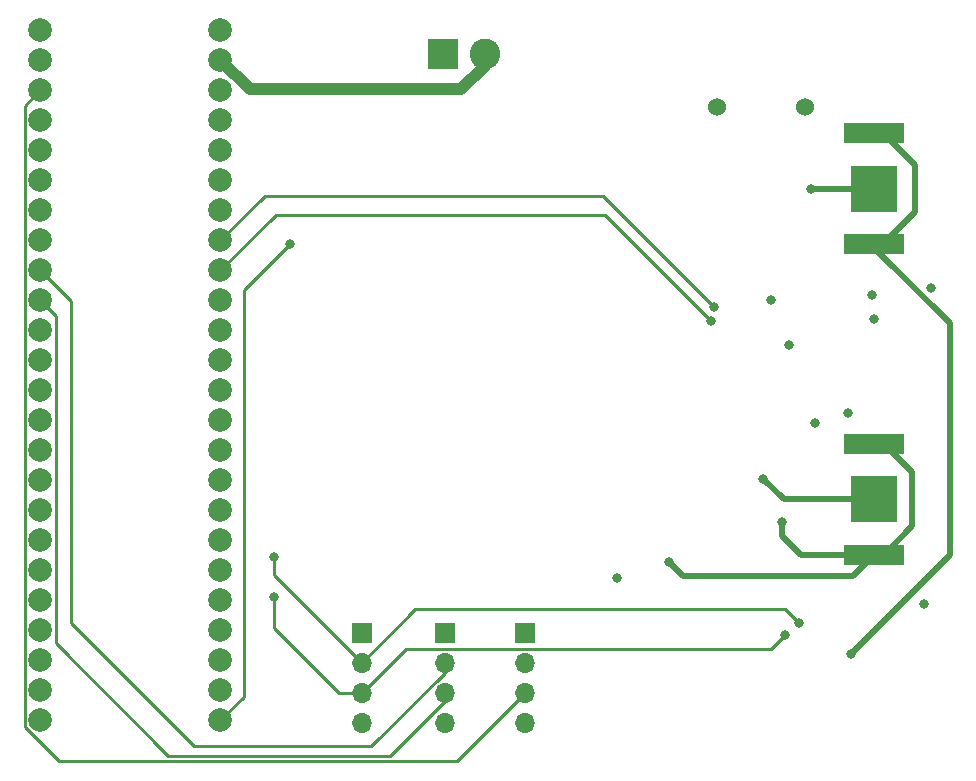
<source format=gbr>
%TF.GenerationSoftware,KiCad,Pcbnew,7.0.7*%
%TF.CreationDate,2024-01-17T20:42:02-05:00*%
%TF.ProjectId,Unified_Board,556e6966-6965-4645-9f42-6f6172642e6b,rev?*%
%TF.SameCoordinates,Original*%
%TF.FileFunction,Copper,L4,Bot*%
%TF.FilePolarity,Positive*%
%FSLAX46Y46*%
G04 Gerber Fmt 4.6, Leading zero omitted, Abs format (unit mm)*
G04 Created by KiCad (PCBNEW 7.0.7) date 2024-01-17 20:42:02*
%MOMM*%
%LPD*%
G01*
G04 APERTURE LIST*
%TA.AperFunction,ComponentPad*%
%ADD10R,1.700000X1.700000*%
%TD*%
%TA.AperFunction,ComponentPad*%
%ADD11O,1.700000X1.700000*%
%TD*%
%TA.AperFunction,ComponentPad*%
%ADD12R,2.600000X2.600000*%
%TD*%
%TA.AperFunction,ComponentPad*%
%ADD13C,2.600000*%
%TD*%
%TA.AperFunction,ComponentPad*%
%ADD14C,1.524000*%
%TD*%
%TA.AperFunction,SMDPad,CuDef*%
%ADD15R,5.080000X1.780000*%
%TD*%
%TA.AperFunction,SMDPad,CuDef*%
%ADD16R,3.960000X3.960000*%
%TD*%
%TA.AperFunction,ComponentPad*%
%ADD17C,2.000000*%
%TD*%
%TA.AperFunction,ViaPad*%
%ADD18C,0.800000*%
%TD*%
%TA.AperFunction,Conductor*%
%ADD19C,0.500000*%
%TD*%
%TA.AperFunction,Conductor*%
%ADD20C,0.250000*%
%TD*%
%TA.AperFunction,Conductor*%
%ADD21C,1.000000*%
%TD*%
G04 APERTURE END LIST*
D10*
%TO.P,J3,1,Pin_1*%
%TO.N,/3.3V*%
X107600000Y-96000000D03*
D11*
%TO.P,J3,2,Pin_2*%
%TO.N,/SCL*%
X107600000Y-98540000D03*
%TO.P,J3,3,Pin_3*%
%TO.N,/SDA*%
X107600000Y-101080000D03*
%TO.P,J3,4,Pin_4*%
%TO.N,GND*%
X107600000Y-103620000D03*
%TD*%
D12*
%TO.P,J1,1,Pin_1*%
%TO.N,Net-(J1-Pin_1)*%
X114500000Y-47000000D03*
D13*
%TO.P,J1,2,Pin_2*%
%TO.N,Net-(D6-K)*%
X118000000Y-47000000D03*
%TD*%
D14*
%TO.P,BZ1,1,-*%
%TO.N,Net-(BZ1--)*%
X137650000Y-51500000D03*
%TO.P,BZ1,2,+*%
%TO.N,GND*%
X145150000Y-51500000D03*
%TD*%
D10*
%TO.P,J2,1,Pin_1*%
%TO.N,/3.3V*%
X114600000Y-96000000D03*
D11*
%TO.P,J2,2,Pin_2*%
%TO.N,/Breakout_RX2*%
X114600000Y-98540000D03*
%TO.P,J2,3,Pin_3*%
%TO.N,/Breakout_TX2*%
X114600000Y-101080000D03*
%TO.P,J2,4,Pin_4*%
%TO.N,GND*%
X114600000Y-103620000D03*
%TD*%
D15*
%TO.P,BT1,1,+*%
%TO.N,/BACKUP*%
X151000000Y-89400000D03*
X151000000Y-80000000D03*
D16*
%TO.P,BT1,2,-*%
%TO.N,GND*%
X151000000Y-84700000D03*
%TD*%
D10*
%TO.P,J4,1,Pin_1*%
%TO.N,/3.3V*%
X121400000Y-96000000D03*
D11*
%TO.P,J4,2,Pin_2*%
%TO.N,/Breakout_RX1*%
X121400000Y-98540000D03*
%TO.P,J4,3,Pin_3*%
%TO.N,/Breakout_TX1*%
X121400000Y-101080000D03*
%TO.P,J4,4,Pin_4*%
%TO.N,GND*%
X121400000Y-103620000D03*
%TD*%
D15*
%TO.P,BT2,1,+*%
%TO.N,Net-(BT2-+)*%
X151000000Y-63100000D03*
X151000000Y-53700000D03*
D16*
%TO.P,BT2,2,-*%
%TO.N,GND*%
X151000000Y-58400000D03*
%TD*%
D17*
%TO.P,Teensy4.1,47,Vin*%
%TO.N,Net-(J1-Pin_1)*%
X95620000Y-44990000D03*
%TO.P,Teensy4.1,46,GND*%
%TO.N,Net-(D6-K)*%
X95620000Y-47530000D03*
%TO.P,Teensy4.1,45,3.3V*%
%TO.N,/3.3V*%
X95620000Y-50070000D03*
%TO.P,Teensy4.1,44,PWM*%
%TO.N,unconnected-(Teensy4.1-PWM-Pad44)*%
X95620000Y-52610000D03*
%TO.P,Teensy4.1,43,PWM*%
%TO.N,unconnected-(Teensy4.1-PWM-Pad43)*%
X95620000Y-55150000D03*
%TO.P,Teensy4.1,42,RX5*%
%TO.N,unconnected-(Teensy4.1-RX5-Pad42)*%
X95620000Y-57690000D03*
%TO.P,Teensy4.1,41,TX5*%
%TO.N,unconnected-(Teensy4.1-TX5-Pad41)*%
X95620000Y-60230000D03*
%TO.P,Teensy4.1,40,SCL*%
%TO.N,/SCL*%
X95620000Y-62770000D03*
%TO.P,Teensy4.1,39,SDA*%
%TO.N,/SDA*%
X95620000Y-65310000D03*
%TO.P,Teensy4.1,38,A3*%
%TO.N,unconnected-(Teensy4.1-A3-Pad38)*%
X95620000Y-67850000D03*
%TO.P,Teensy4.1,37,A2*%
%TO.N,unconnected-(Teensy4.1-A2-Pad37)*%
X95620000Y-70390000D03*
%TO.P,Teensy4.1,36,A1*%
%TO.N,unconnected-(Teensy4.1-A1-Pad36)*%
X95620000Y-72930000D03*
%TO.P,Teensy4.1,35,A0*%
%TO.N,unconnected-(Teensy4.1-A0-Pad35)*%
X95620000Y-75470000D03*
%TO.P,Teensy4.1,34,SCK*%
%TO.N,unconnected-(Teensy4.1-SCK-Pad34)*%
X95620000Y-78010000D03*
%TO.P,Teensy4.1,33,GND*%
%TO.N,unconnected-(Teensy4.1-GND-Pad33)*%
X95620000Y-80550000D03*
%TO.P,Teensy4.1,32,A17*%
%TO.N,unconnected-(Teensy4.1-A17-Pad32)*%
X95620000Y-83090000D03*
%TO.P,Teensy4.1,31,A16*%
%TO.N,unconnected-(Teensy4.1-A16-Pad31)*%
X95620000Y-85630000D03*
%TO.P,Teensy4.1,30,MISO*%
%TO.N,unconnected-(Teensy4.1-MISO-Pad30)*%
X95620000Y-88170000D03*
%TO.P,Teensy4.1,29,CS1*%
%TO.N,unconnected-(Teensy4.1-CS1-Pad29)*%
X95620000Y-90710000D03*
%TO.P,Teensy4.1,28,PWM*%
%TO.N,/BMP_INT*%
X95620000Y-93250000D03*
%TO.P,Teensy4.1,27,PWM*%
%TO.N,/BMP_I2C_ADDR*%
X95620000Y-95790000D03*
%TO.P,Teensy4.1,26,TX8*%
%TO.N,unconnected-(Teensy4.1-TX8-Pad26)*%
X95620000Y-98330000D03*
%TO.P,Teensy4.1,25,RX8*%
%TO.N,unconnected-(Teensy4.1-RX8-Pad25)*%
X95620000Y-100870000D03*
%TO.P,Teensy4.1,24,PWM*%
%TO.N,Net-(R14-Pad1)*%
X95620000Y-103410000D03*
%TO.P,Teensy4.1,23,GPIO*%
%TO.N,unconnected-(Teensy4.1-GPIO-Pad23)*%
X80380000Y-103410000D03*
%TO.P,Teensy4.1,22,GPIO*%
%TO.N,unconnected-(Teensy4.1-GPIO-Pad22)*%
X80380000Y-100870000D03*
%TO.P,Teensy4.1,21,GPIO*%
%TO.N,unconnected-(Teensy4.1-GPIO-Pad21)*%
X80380000Y-98330000D03*
%TO.P,Teensy4.1,20,TX7*%
%TO.N,unconnected-(Teensy4.1-TX7-Pad20)*%
X80380000Y-95790000D03*
%TO.P,Teensy4.1,19,RX7*%
%TO.N,unconnected-(Teensy4.1-RX7-Pad19)*%
X80380000Y-93250000D03*
%TO.P,Teensy4.1,18,SCK1*%
%TO.N,unconnected-(Teensy4.1-SCK1-Pad18)*%
X80380000Y-90710000D03*
%TO.P,Teensy4.1,17,MOSI1*%
%TO.N,unconnected-(Teensy4.1-MOSI1-Pad17)*%
X80380000Y-88170000D03*
%TO.P,Teensy4.1,16,SDA2*%
%TO.N,unconnected-(Teensy4.1-SDA2-Pad16)*%
X80380000Y-85630000D03*
%TO.P,Teensy4.1,15,SCL2*%
%TO.N,unconnected-(Teensy4.1-SCL2-Pad15)*%
X80380000Y-83090000D03*
%TO.P,Teensy4.1,14,3.3V*%
%TO.N,unconnected-(Teensy4.1-3.3V-Pad14)*%
X80380000Y-80550000D03*
%TO.P,Teensy4.1,13,MISO*%
%TO.N,unconnected-(Teensy4.1-MISO-Pad13)*%
X80380000Y-78010000D03*
%TO.P,Teensy4.1,12,MOSI*%
%TO.N,unconnected-(Teensy4.1-MOSI-Pad12)*%
X80380000Y-75470000D03*
%TO.P,Teensy4.1,11,CS*%
%TO.N,unconnected-(Teensy4.1-CS-Pad11)*%
X80380000Y-72930000D03*
%TO.P,Teensy4.1,10,PWM*%
%TO.N,unconnected-(Teensy4.1-PWM-Pad10)*%
X80380000Y-70390000D03*
%TO.P,Teensy4.1,9,TX2*%
%TO.N,/Breakout_TX2*%
X80380000Y-67850000D03*
%TO.P,Teensy4.1,8,RX2*%
%TO.N,/Breakout_RX2*%
X80380000Y-65310000D03*
%TO.P,Teensy4.1,7,PWM*%
%TO.N,unconnected-(Teensy4.1-PWM-Pad7)*%
X80380000Y-62770000D03*
%TO.P,Teensy4.1,6,PWM*%
%TO.N,unconnected-(Teensy4.1-PWM-Pad6)*%
X80380000Y-60230000D03*
%TO.P,Teensy4.1,5,PWM*%
%TO.N,unconnected-(Teensy4.1-PWM-Pad5)*%
X80380000Y-57690000D03*
%TO.P,Teensy4.1,4,PWM*%
%TO.N,unconnected-(Teensy4.1-PWM-Pad4)*%
X80380000Y-55150000D03*
%TO.P,Teensy4.1,3,PWM*%
%TO.N,unconnected-(Teensy4.1-PWM-Pad3)*%
X80380000Y-52610000D03*
%TO.P,Teensy4.1,2,TX1*%
%TO.N,/Breakout_TX1*%
X80380000Y-50070000D03*
%TO.P,Teensy4.1,1,RX1*%
%TO.N,/Breakout_RX1*%
X80380000Y-47530000D03*
%TO.P,Teensy4.1,0,GND*%
%TO.N,GND*%
X80380000Y-44990000D03*
%TD*%
D18*
%TO.N,/3.3V*%
X146000000Y-78200000D03*
%TO.N,GND*%
X145600000Y-58400000D03*
X141600000Y-83000000D03*
%TO.N,Net-(BT2-+)*%
X149000000Y-97800000D03*
%TO.N,/BACKUP*%
X143200000Y-86600000D03*
X133600000Y-90000000D03*
%TO.N,/SCL*%
X137400000Y-68400000D03*
%TO.N,GND*%
X142200000Y-67800000D03*
X150800000Y-67400000D03*
%TO.N,/3.3V*%
X143800000Y-71600000D03*
%TO.N,/SDA*%
X137200000Y-69600000D03*
%TO.N,/3.3V*%
X155800000Y-66800000D03*
X151000000Y-69400000D03*
%TO.N,/SDA*%
X143400000Y-96230898D03*
%TO.N,/SCL*%
X144600000Y-95200000D03*
%TO.N,GND*%
X129200000Y-91400000D03*
%TO.N,Net-(R14-Pad1)*%
X101500000Y-63100000D03*
%TO.N,GND*%
X148800000Y-77400000D03*
%TO.N,/3.3V*%
X155200000Y-93600000D03*
%TO.N,/SCL*%
X100200000Y-89600000D03*
%TO.N,/SDA*%
X100200000Y-93000000D03*
%TD*%
D19*
%TO.N,Net-(BT2-+)*%
X151000000Y-63400000D02*
X151000000Y-63100000D01*
X157400000Y-69800000D02*
X151000000Y-63400000D01*
X151700000Y-63100000D02*
X150200000Y-63100000D01*
X154400000Y-56400000D02*
X154400000Y-60400000D01*
X154400000Y-60400000D02*
X151700000Y-63100000D01*
X151700000Y-53700000D02*
X154400000Y-56400000D01*
X149300000Y-53700000D02*
X151700000Y-53700000D01*
%TO.N,/BACKUP*%
X151800000Y-80000000D02*
X151000000Y-80000000D01*
X154200000Y-82400000D02*
X151800000Y-80000000D01*
X151000000Y-89400000D02*
X151800000Y-89400000D01*
X151800000Y-89400000D02*
X154200000Y-87000000D01*
X154200000Y-87000000D02*
X154200000Y-82400000D01*
X149200000Y-91200000D02*
X151000000Y-89400000D01*
X134800000Y-91200000D02*
X149200000Y-91200000D01*
X133600000Y-90000000D02*
X134800000Y-91200000D01*
X144800000Y-89400000D02*
X151000000Y-89400000D01*
X143200000Y-87800000D02*
X144800000Y-89400000D01*
%TO.N,Net-(BT2-+)*%
X157400000Y-89400000D02*
X149000000Y-97800000D01*
X157400000Y-69800000D02*
X157400000Y-89400000D01*
X150200000Y-63100000D02*
X150700000Y-63100000D01*
%TO.N,GND*%
X150200000Y-58400000D02*
X145600000Y-58400000D01*
X143300000Y-84700000D02*
X141600000Y-83000000D01*
X150200000Y-84700000D02*
X143300000Y-84700000D01*
%TO.N,Net-(BT2-+)*%
X150200000Y-63100000D02*
X149300000Y-63100000D01*
%TO.N,/BACKUP*%
X143200000Y-87800000D02*
X143200000Y-86600000D01*
X150200000Y-89400000D02*
X149800000Y-89800000D01*
D20*
%TO.N,/SDA*%
X128200000Y-60600000D02*
X100330000Y-60600000D01*
X137200000Y-69600000D02*
X128200000Y-60600000D01*
X100330000Y-60600000D02*
X95620000Y-65310000D01*
%TO.N,/SCL*%
X128000000Y-59000000D02*
X99390000Y-59000000D01*
X137400000Y-68400000D02*
X128000000Y-59000000D01*
X95620000Y-62770000D02*
X99390000Y-59000000D01*
%TO.N,/SDA*%
X111315000Y-97365000D02*
X107600000Y-101080000D01*
X142265898Y-97365000D02*
X111315000Y-97365000D01*
X143400000Y-96230898D02*
X142265898Y-97365000D01*
%TO.N,/SCL*%
X143400000Y-94000000D02*
X144600000Y-95200000D01*
X107600000Y-98540000D02*
X112140000Y-94000000D01*
X112140000Y-94000000D02*
X143400000Y-94000000D01*
%TO.N,Net-(R14-Pad1)*%
X97600000Y-67000000D02*
X97600000Y-101430000D01*
X97600000Y-101430000D02*
X95620000Y-103410000D01*
X101500000Y-63100000D02*
X97600000Y-67000000D01*
%TO.N,/Breakout_TX1*%
X81946167Y-106850000D02*
X79055000Y-103958833D01*
X79055000Y-51395000D02*
X80380000Y-50070000D01*
X115630000Y-106850000D02*
X81946167Y-106850000D01*
X121400000Y-101080000D02*
X115630000Y-106850000D01*
X79055000Y-103958833D02*
X79055000Y-51395000D01*
%TO.N,/Breakout_RX2*%
X83000000Y-67930000D02*
X80380000Y-65310000D01*
X83000000Y-95200000D02*
X83000000Y-67930000D01*
X108400000Y-105600000D02*
X93400000Y-105600000D01*
X114600000Y-99400000D02*
X108400000Y-105600000D01*
X114600000Y-98540000D02*
X114600000Y-99400000D01*
X93400000Y-105600000D02*
X83000000Y-95200000D01*
%TO.N,/Breakout_TX2*%
X81705000Y-96905000D02*
X81705000Y-69175000D01*
X91200000Y-106400000D02*
X81705000Y-96905000D01*
X110000000Y-106400000D02*
X91200000Y-106400000D01*
X81705000Y-69175000D02*
X80380000Y-67850000D01*
X114600000Y-101080000D02*
X114600000Y-101800000D01*
X114600000Y-101800000D02*
X110000000Y-106400000D01*
%TO.N,/SCL*%
X100200000Y-91140000D02*
X107600000Y-98540000D01*
X100200000Y-89600000D02*
X100200000Y-91140000D01*
%TO.N,/SDA*%
X105680000Y-101080000D02*
X107600000Y-101080000D01*
X100200000Y-93000000D02*
X100200000Y-95600000D01*
X100200000Y-95600000D02*
X105680000Y-101080000D01*
D21*
%TO.N,Net-(D6-K)*%
X118000000Y-48000000D02*
X116000000Y-50000000D01*
X116000000Y-50000000D02*
X98090000Y-50000000D01*
X118000000Y-47000000D02*
X118000000Y-48000000D01*
X98090000Y-50000000D02*
X95620000Y-47530000D01*
%TD*%
M02*

</source>
